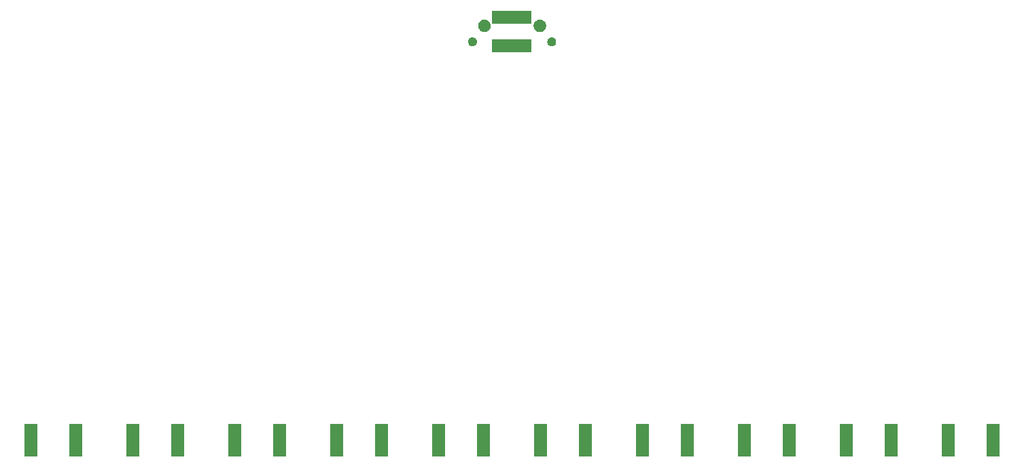
<source format=gbr>
G04 #@! TF.GenerationSoftware,KiCad,Pcbnew,(6.0.0-rc1-dev-305-gf0b8b2136)*
G04 #@! TF.CreationDate,2019-06-24T13:23:36-06:00*
G04 #@! TF.ProjectId,Station04,53746174696F6E30342E6B696361645F,rev?*
G04 #@! TF.SameCoordinates,Original*
G04 #@! TF.FileFunction,Soldermask,Bot*
G04 #@! TF.FilePolarity,Negative*
%FSLAX46Y46*%
G04 Gerber Fmt 4.6, Leading zero omitted, Abs format (unit mm)*
G04 Created by KiCad (PCBNEW (6.0.0-rc1-dev-305-gf0b8b2136)) date 06/24/19 13:23:36*
%MOMM*%
%LPD*%
G01*
G04 APERTURE LIST*
%ADD10C,0.100000*%
G04 APERTURE END LIST*
D10*
G36*
X81932970Y-56381300D02*
X80329830Y-56381300D01*
X80329830Y-52316900D01*
X81932970Y-52316900D01*
X81932970Y-56381300D01*
X81932970Y-56381300D01*
G37*
G36*
X11270170Y-56381300D02*
X9667030Y-56381300D01*
X9667030Y-52316900D01*
X11270170Y-52316900D01*
X11270170Y-56381300D01*
X11270170Y-56381300D01*
G37*
G36*
X5732970Y-56381300D02*
X4129830Y-56381300D01*
X4129830Y-52316900D01*
X5732970Y-52316900D01*
X5732970Y-56381300D01*
X5732970Y-56381300D01*
G37*
G36*
X23970170Y-56381300D02*
X22367030Y-56381300D01*
X22367030Y-52316900D01*
X23970170Y-52316900D01*
X23970170Y-56381300D01*
X23970170Y-56381300D01*
G37*
G36*
X18432970Y-56381300D02*
X16829830Y-56381300D01*
X16829830Y-52316900D01*
X18432970Y-52316900D01*
X18432970Y-56381300D01*
X18432970Y-56381300D01*
G37*
G36*
X36670170Y-56381300D02*
X35067030Y-56381300D01*
X35067030Y-52316900D01*
X36670170Y-52316900D01*
X36670170Y-56381300D01*
X36670170Y-56381300D01*
G37*
G36*
X31132970Y-56381300D02*
X29529830Y-56381300D01*
X29529830Y-52316900D01*
X31132970Y-52316900D01*
X31132970Y-56381300D01*
X31132970Y-56381300D01*
G37*
G36*
X49370170Y-56381300D02*
X47767030Y-56381300D01*
X47767030Y-52316900D01*
X49370170Y-52316900D01*
X49370170Y-56381300D01*
X49370170Y-56381300D01*
G37*
G36*
X43832970Y-56381300D02*
X42229830Y-56381300D01*
X42229830Y-52316900D01*
X43832970Y-52316900D01*
X43832970Y-56381300D01*
X43832970Y-56381300D01*
G37*
G36*
X62070170Y-56381300D02*
X60467030Y-56381300D01*
X60467030Y-52316900D01*
X62070170Y-52316900D01*
X62070170Y-56381300D01*
X62070170Y-56381300D01*
G37*
G36*
X74770170Y-56381300D02*
X73167030Y-56381300D01*
X73167030Y-52316900D01*
X74770170Y-52316900D01*
X74770170Y-56381300D01*
X74770170Y-56381300D01*
G37*
G36*
X69232970Y-56381300D02*
X67629830Y-56381300D01*
X67629830Y-52316900D01*
X69232970Y-52316900D01*
X69232970Y-56381300D01*
X69232970Y-56381300D01*
G37*
G36*
X100170170Y-56381300D02*
X98567030Y-56381300D01*
X98567030Y-52316900D01*
X100170170Y-52316900D01*
X100170170Y-56381300D01*
X100170170Y-56381300D01*
G37*
G36*
X94632970Y-56381300D02*
X93029830Y-56381300D01*
X93029830Y-52316900D01*
X94632970Y-52316900D01*
X94632970Y-56381300D01*
X94632970Y-56381300D01*
G37*
G36*
X112870170Y-56381300D02*
X111267030Y-56381300D01*
X111267030Y-52316900D01*
X112870170Y-52316900D01*
X112870170Y-56381300D01*
X112870170Y-56381300D01*
G37*
G36*
X107332970Y-56381300D02*
X105729830Y-56381300D01*
X105729830Y-52316900D01*
X107332970Y-52316900D01*
X107332970Y-56381300D01*
X107332970Y-56381300D01*
G37*
G36*
X125570170Y-56381300D02*
X123967030Y-56381300D01*
X123967030Y-52316900D01*
X125570170Y-52316900D01*
X125570170Y-56381300D01*
X125570170Y-56381300D01*
G37*
G36*
X120032970Y-56381300D02*
X118429830Y-56381300D01*
X118429830Y-52316900D01*
X120032970Y-52316900D01*
X120032970Y-56381300D01*
X120032970Y-56381300D01*
G37*
G36*
X87470170Y-56381300D02*
X85867030Y-56381300D01*
X85867030Y-52316900D01*
X87470170Y-52316900D01*
X87470170Y-56381300D01*
X87470170Y-56381300D01*
G37*
G36*
X56532970Y-56381300D02*
X54929830Y-56381300D01*
X54929830Y-52316900D01*
X56532970Y-52316900D01*
X56532970Y-56381300D01*
X56532970Y-56381300D01*
G37*
G36*
X67261000Y-5901000D02*
X62359000Y-5901000D01*
X62359000Y-4299000D01*
X67261000Y-4299000D01*
X67261000Y-5901000D01*
X67261000Y-5901000D01*
G37*
G36*
X60075721Y-4080174D02*
X60175995Y-4121709D01*
X60266245Y-4182012D01*
X60342988Y-4258755D01*
X60403291Y-4349005D01*
X60444826Y-4449279D01*
X60466000Y-4555730D01*
X60466000Y-4664270D01*
X60444826Y-4770721D01*
X60403291Y-4870995D01*
X60342988Y-4961245D01*
X60266245Y-5037988D01*
X60175995Y-5098291D01*
X60075721Y-5139826D01*
X59969270Y-5161000D01*
X59860730Y-5161000D01*
X59754279Y-5139826D01*
X59654005Y-5098291D01*
X59563755Y-5037988D01*
X59487012Y-4961245D01*
X59426709Y-4870995D01*
X59385174Y-4770721D01*
X59364000Y-4664270D01*
X59364000Y-4555730D01*
X59385174Y-4449279D01*
X59426709Y-4349005D01*
X59487012Y-4258755D01*
X59563755Y-4182012D01*
X59654005Y-4121709D01*
X59754279Y-4080174D01*
X59860730Y-4059000D01*
X59969270Y-4059000D01*
X60075721Y-4080174D01*
X60075721Y-4080174D01*
G37*
G36*
X69945721Y-4080174D02*
X70045995Y-4121709D01*
X70136245Y-4182012D01*
X70212988Y-4258755D01*
X70273291Y-4349005D01*
X70314826Y-4449279D01*
X70336000Y-4555730D01*
X70336000Y-4664270D01*
X70314826Y-4770721D01*
X70273291Y-4870995D01*
X70212988Y-4961245D01*
X70136245Y-5037988D01*
X70045995Y-5098291D01*
X69945721Y-5139826D01*
X69839270Y-5161000D01*
X69730730Y-5161000D01*
X69624279Y-5139826D01*
X69524005Y-5098291D01*
X69433755Y-5037988D01*
X69357012Y-4961245D01*
X69296709Y-4870995D01*
X69255174Y-4770721D01*
X69234000Y-4664270D01*
X69234000Y-4555730D01*
X69255174Y-4449279D01*
X69296709Y-4349005D01*
X69357012Y-4258755D01*
X69433755Y-4182012D01*
X69524005Y-4121709D01*
X69624279Y-4080174D01*
X69730730Y-4059000D01*
X69839270Y-4059000D01*
X69945721Y-4080174D01*
X69945721Y-4080174D01*
G37*
G36*
X68536349Y-1863820D02*
X68536352Y-1863821D01*
X68536351Y-1863821D01*
X68677574Y-1922317D01*
X68677575Y-1922318D01*
X68804674Y-2007243D01*
X68912757Y-2115326D01*
X68912759Y-2115329D01*
X68997683Y-2242426D01*
X69018701Y-2293168D01*
X69056180Y-2383651D01*
X69086000Y-2533569D01*
X69086000Y-2686431D01*
X69056180Y-2836349D01*
X69056179Y-2836351D01*
X68997683Y-2977574D01*
X68997682Y-2977575D01*
X68912757Y-3104674D01*
X68804674Y-3212757D01*
X68804671Y-3212759D01*
X68677574Y-3297683D01*
X68568343Y-3342927D01*
X68536349Y-3356180D01*
X68386431Y-3386000D01*
X68233569Y-3386000D01*
X68083651Y-3356180D01*
X68051657Y-3342927D01*
X67942426Y-3297683D01*
X67815329Y-3212759D01*
X67815326Y-3212757D01*
X67707243Y-3104674D01*
X67622318Y-2977575D01*
X67622317Y-2977574D01*
X67563821Y-2836351D01*
X67563820Y-2836349D01*
X67534000Y-2686431D01*
X67534000Y-2533569D01*
X67563820Y-2383651D01*
X67601299Y-2293168D01*
X67622317Y-2242426D01*
X67707241Y-2115329D01*
X67707243Y-2115326D01*
X67815326Y-2007243D01*
X67942425Y-1922318D01*
X67942426Y-1922317D01*
X68083649Y-1863821D01*
X68083648Y-1863821D01*
X68083651Y-1863820D01*
X68233569Y-1834000D01*
X68386431Y-1834000D01*
X68536349Y-1863820D01*
X68536349Y-1863820D01*
G37*
G36*
X61616349Y-1863820D02*
X61616352Y-1863821D01*
X61616351Y-1863821D01*
X61757574Y-1922317D01*
X61757575Y-1922318D01*
X61884674Y-2007243D01*
X61992757Y-2115326D01*
X61992759Y-2115329D01*
X62077683Y-2242426D01*
X62098701Y-2293168D01*
X62118515Y-2341004D01*
X62130067Y-2362615D01*
X62145612Y-2381557D01*
X62164554Y-2397102D01*
X62186165Y-2408653D01*
X62209614Y-2415766D01*
X62229649Y-2417739D01*
X62221554Y-2422066D01*
X62202612Y-2437612D01*
X62187066Y-2456554D01*
X62175515Y-2478165D01*
X62168402Y-2501614D01*
X62166000Y-2526000D01*
X62166000Y-2686431D01*
X62136180Y-2836349D01*
X62136179Y-2836351D01*
X62077683Y-2977574D01*
X62077682Y-2977575D01*
X61992757Y-3104674D01*
X61884674Y-3212757D01*
X61884671Y-3212759D01*
X61757574Y-3297683D01*
X61648343Y-3342927D01*
X61616349Y-3356180D01*
X61466431Y-3386000D01*
X61313569Y-3386000D01*
X61163651Y-3356180D01*
X61131657Y-3342927D01*
X61022426Y-3297683D01*
X60895329Y-3212759D01*
X60895326Y-3212757D01*
X60787243Y-3104674D01*
X60702318Y-2977575D01*
X60702317Y-2977574D01*
X60643821Y-2836351D01*
X60643820Y-2836349D01*
X60614000Y-2686431D01*
X60614000Y-2533569D01*
X60643820Y-2383651D01*
X60681299Y-2293168D01*
X60702317Y-2242426D01*
X60787241Y-2115329D01*
X60787243Y-2115326D01*
X60895326Y-2007243D01*
X61022425Y-1922318D01*
X61022426Y-1922317D01*
X61163649Y-1863821D01*
X61163648Y-1863821D01*
X61163651Y-1863820D01*
X61313569Y-1834000D01*
X61466431Y-1834000D01*
X61616349Y-1863820D01*
X61616349Y-1863820D01*
G37*
G36*
X67261000Y-2401000D02*
X62296153Y-2401000D01*
X62303447Y-2397101D01*
X62322389Y-2381556D01*
X62337934Y-2362614D01*
X62349485Y-2341003D01*
X62356598Y-2317554D01*
X62359000Y-2293168D01*
X62359000Y-799000D01*
X67261000Y-799000D01*
X67261000Y-2401000D01*
X67261000Y-2401000D01*
G37*
M02*

</source>
